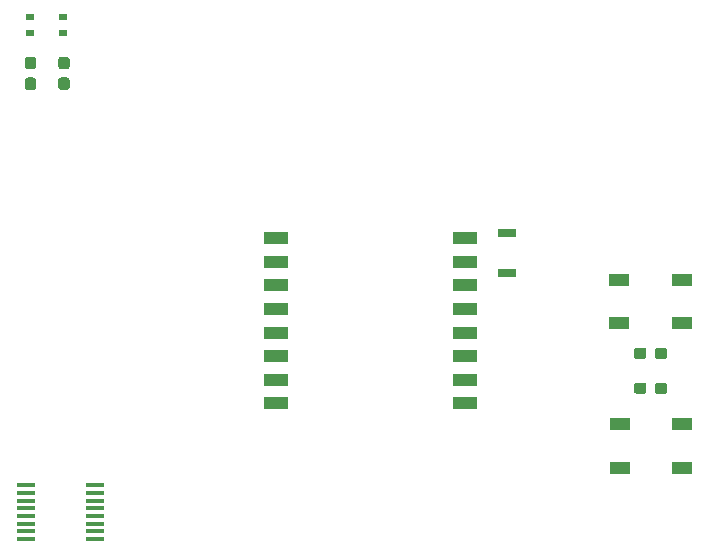
<source format=gtp>
G04 #@! TF.GenerationSoftware,KiCad,Pcbnew,(5.1.5)-3*
G04 #@! TF.CreationDate,2020-04-27T21:11:52-07:00*
G04 #@! TF.ProjectId,My_PCB,4d795f50-4342-42e6-9b69-6361645f7063,1*
G04 #@! TF.SameCoordinates,Original*
G04 #@! TF.FileFunction,Paste,Top*
G04 #@! TF.FilePolarity,Positive*
%FSLAX46Y46*%
G04 Gerber Fmt 4.6, Leading zero omitted, Abs format (unit mm)*
G04 Created by KiCad (PCBNEW (5.1.5)-3) date 2020-04-27 21:11:52*
%MOMM*%
%LPD*%
G04 APERTURE LIST*
%ADD10R,2.000000X1.000000*%
%ADD11R,1.701800X0.990600*%
%ADD12C,0.100000*%
%ADD13R,0.800000X0.600000*%
%ADD14R,1.600000X0.800000*%
%ADD15R,1.500000X0.450000*%
G04 APERTURE END LIST*
D10*
X142753001Y-93350001D03*
X142753001Y-95350001D03*
X142753001Y-97350001D03*
X142753001Y-99350001D03*
X142753001Y-101350001D03*
X142753001Y-103350001D03*
X142753001Y-105350001D03*
X142753001Y-107350001D03*
X158753001Y-107350001D03*
X158753001Y-105350001D03*
X158753001Y-103350001D03*
X158753001Y-101350001D03*
X158753001Y-99350001D03*
X158753001Y-97350001D03*
X158753001Y-95350001D03*
X158753001Y-93350001D03*
D11*
X177149600Y-109115001D03*
X177149600Y-112814999D03*
X171866400Y-112814999D03*
X171866400Y-109115001D03*
X177089600Y-96865001D03*
X177089600Y-100564999D03*
X171806400Y-100564999D03*
X171806400Y-96865001D03*
D12*
G36*
X125038779Y-78006144D02*
G01*
X125061834Y-78009563D01*
X125084443Y-78015227D01*
X125106387Y-78023079D01*
X125127457Y-78033044D01*
X125147448Y-78045026D01*
X125166168Y-78058910D01*
X125183438Y-78074562D01*
X125199090Y-78091832D01*
X125212974Y-78110552D01*
X125224956Y-78130543D01*
X125234921Y-78151613D01*
X125242773Y-78173557D01*
X125248437Y-78196166D01*
X125251856Y-78219221D01*
X125253000Y-78242500D01*
X125253000Y-78817500D01*
X125251856Y-78840779D01*
X125248437Y-78863834D01*
X125242773Y-78886443D01*
X125234921Y-78908387D01*
X125224956Y-78929457D01*
X125212974Y-78949448D01*
X125199090Y-78968168D01*
X125183438Y-78985438D01*
X125166168Y-79001090D01*
X125147448Y-79014974D01*
X125127457Y-79026956D01*
X125106387Y-79036921D01*
X125084443Y-79044773D01*
X125061834Y-79050437D01*
X125038779Y-79053856D01*
X125015500Y-79055000D01*
X124540500Y-79055000D01*
X124517221Y-79053856D01*
X124494166Y-79050437D01*
X124471557Y-79044773D01*
X124449613Y-79036921D01*
X124428543Y-79026956D01*
X124408552Y-79014974D01*
X124389832Y-79001090D01*
X124372562Y-78985438D01*
X124356910Y-78968168D01*
X124343026Y-78949448D01*
X124331044Y-78929457D01*
X124321079Y-78908387D01*
X124313227Y-78886443D01*
X124307563Y-78863834D01*
X124304144Y-78840779D01*
X124303000Y-78817500D01*
X124303000Y-78242500D01*
X124304144Y-78219221D01*
X124307563Y-78196166D01*
X124313227Y-78173557D01*
X124321079Y-78151613D01*
X124331044Y-78130543D01*
X124343026Y-78110552D01*
X124356910Y-78091832D01*
X124372562Y-78074562D01*
X124389832Y-78058910D01*
X124408552Y-78045026D01*
X124428543Y-78033044D01*
X124449613Y-78023079D01*
X124471557Y-78015227D01*
X124494166Y-78009563D01*
X124517221Y-78006144D01*
X124540500Y-78005000D01*
X125015500Y-78005000D01*
X125038779Y-78006144D01*
G37*
G36*
X125038779Y-79756144D02*
G01*
X125061834Y-79759563D01*
X125084443Y-79765227D01*
X125106387Y-79773079D01*
X125127457Y-79783044D01*
X125147448Y-79795026D01*
X125166168Y-79808910D01*
X125183438Y-79824562D01*
X125199090Y-79841832D01*
X125212974Y-79860552D01*
X125224956Y-79880543D01*
X125234921Y-79901613D01*
X125242773Y-79923557D01*
X125248437Y-79946166D01*
X125251856Y-79969221D01*
X125253000Y-79992500D01*
X125253000Y-80567500D01*
X125251856Y-80590779D01*
X125248437Y-80613834D01*
X125242773Y-80636443D01*
X125234921Y-80658387D01*
X125224956Y-80679457D01*
X125212974Y-80699448D01*
X125199090Y-80718168D01*
X125183438Y-80735438D01*
X125166168Y-80751090D01*
X125147448Y-80764974D01*
X125127457Y-80776956D01*
X125106387Y-80786921D01*
X125084443Y-80794773D01*
X125061834Y-80800437D01*
X125038779Y-80803856D01*
X125015500Y-80805000D01*
X124540500Y-80805000D01*
X124517221Y-80803856D01*
X124494166Y-80800437D01*
X124471557Y-80794773D01*
X124449613Y-80786921D01*
X124428543Y-80776956D01*
X124408552Y-80764974D01*
X124389832Y-80751090D01*
X124372562Y-80735438D01*
X124356910Y-80718168D01*
X124343026Y-80699448D01*
X124331044Y-80679457D01*
X124321079Y-80658387D01*
X124313227Y-80636443D01*
X124307563Y-80613834D01*
X124304144Y-80590779D01*
X124303000Y-80567500D01*
X124303000Y-79992500D01*
X124304144Y-79969221D01*
X124307563Y-79946166D01*
X124313227Y-79923557D01*
X124321079Y-79901613D01*
X124331044Y-79880543D01*
X124343026Y-79860552D01*
X124356910Y-79841832D01*
X124372562Y-79824562D01*
X124389832Y-79808910D01*
X124408552Y-79795026D01*
X124428543Y-79783044D01*
X124449613Y-79773079D01*
X124471557Y-79765227D01*
X124494166Y-79759563D01*
X124517221Y-79756144D01*
X124540500Y-79755000D01*
X125015500Y-79755000D01*
X125038779Y-79756144D01*
G37*
G36*
X122208779Y-79756144D02*
G01*
X122231834Y-79759563D01*
X122254443Y-79765227D01*
X122276387Y-79773079D01*
X122297457Y-79783044D01*
X122317448Y-79795026D01*
X122336168Y-79808910D01*
X122353438Y-79824562D01*
X122369090Y-79841832D01*
X122382974Y-79860552D01*
X122394956Y-79880543D01*
X122404921Y-79901613D01*
X122412773Y-79923557D01*
X122418437Y-79946166D01*
X122421856Y-79969221D01*
X122423000Y-79992500D01*
X122423000Y-80567500D01*
X122421856Y-80590779D01*
X122418437Y-80613834D01*
X122412773Y-80636443D01*
X122404921Y-80658387D01*
X122394956Y-80679457D01*
X122382974Y-80699448D01*
X122369090Y-80718168D01*
X122353438Y-80735438D01*
X122336168Y-80751090D01*
X122317448Y-80764974D01*
X122297457Y-80776956D01*
X122276387Y-80786921D01*
X122254443Y-80794773D01*
X122231834Y-80800437D01*
X122208779Y-80803856D01*
X122185500Y-80805000D01*
X121710500Y-80805000D01*
X121687221Y-80803856D01*
X121664166Y-80800437D01*
X121641557Y-80794773D01*
X121619613Y-80786921D01*
X121598543Y-80776956D01*
X121578552Y-80764974D01*
X121559832Y-80751090D01*
X121542562Y-80735438D01*
X121526910Y-80718168D01*
X121513026Y-80699448D01*
X121501044Y-80679457D01*
X121491079Y-80658387D01*
X121483227Y-80636443D01*
X121477563Y-80613834D01*
X121474144Y-80590779D01*
X121473000Y-80567500D01*
X121473000Y-79992500D01*
X121474144Y-79969221D01*
X121477563Y-79946166D01*
X121483227Y-79923557D01*
X121491079Y-79901613D01*
X121501044Y-79880543D01*
X121513026Y-79860552D01*
X121526910Y-79841832D01*
X121542562Y-79824562D01*
X121559832Y-79808910D01*
X121578552Y-79795026D01*
X121598543Y-79783044D01*
X121619613Y-79773079D01*
X121641557Y-79765227D01*
X121664166Y-79759563D01*
X121687221Y-79756144D01*
X121710500Y-79755000D01*
X122185500Y-79755000D01*
X122208779Y-79756144D01*
G37*
G36*
X122208779Y-78006144D02*
G01*
X122231834Y-78009563D01*
X122254443Y-78015227D01*
X122276387Y-78023079D01*
X122297457Y-78033044D01*
X122317448Y-78045026D01*
X122336168Y-78058910D01*
X122353438Y-78074562D01*
X122369090Y-78091832D01*
X122382974Y-78110552D01*
X122394956Y-78130543D01*
X122404921Y-78151613D01*
X122412773Y-78173557D01*
X122418437Y-78196166D01*
X122421856Y-78219221D01*
X122423000Y-78242500D01*
X122423000Y-78817500D01*
X122421856Y-78840779D01*
X122418437Y-78863834D01*
X122412773Y-78886443D01*
X122404921Y-78908387D01*
X122394956Y-78929457D01*
X122382974Y-78949448D01*
X122369090Y-78968168D01*
X122353438Y-78985438D01*
X122336168Y-79001090D01*
X122317448Y-79014974D01*
X122297457Y-79026956D01*
X122276387Y-79036921D01*
X122254443Y-79044773D01*
X122231834Y-79050437D01*
X122208779Y-79053856D01*
X122185500Y-79055000D01*
X121710500Y-79055000D01*
X121687221Y-79053856D01*
X121664166Y-79050437D01*
X121641557Y-79044773D01*
X121619613Y-79036921D01*
X121598543Y-79026956D01*
X121578552Y-79014974D01*
X121559832Y-79001090D01*
X121542562Y-78985438D01*
X121526910Y-78968168D01*
X121513026Y-78949448D01*
X121501044Y-78929457D01*
X121491079Y-78908387D01*
X121483227Y-78886443D01*
X121477563Y-78863834D01*
X121474144Y-78840779D01*
X121473000Y-78817500D01*
X121473000Y-78242500D01*
X121474144Y-78219221D01*
X121477563Y-78196166D01*
X121483227Y-78173557D01*
X121491079Y-78151613D01*
X121501044Y-78130543D01*
X121513026Y-78110552D01*
X121526910Y-78091832D01*
X121542562Y-78074562D01*
X121559832Y-78058910D01*
X121578552Y-78045026D01*
X121598543Y-78033044D01*
X121619613Y-78023079D01*
X121641557Y-78015227D01*
X121664166Y-78009563D01*
X121687221Y-78006144D01*
X121710500Y-78005000D01*
X122185500Y-78005000D01*
X122208779Y-78006144D01*
G37*
G36*
X173883779Y-105581144D02*
G01*
X173906834Y-105584563D01*
X173929443Y-105590227D01*
X173951387Y-105598079D01*
X173972457Y-105608044D01*
X173992448Y-105620026D01*
X174011168Y-105633910D01*
X174028438Y-105649562D01*
X174044090Y-105666832D01*
X174057974Y-105685552D01*
X174069956Y-105705543D01*
X174079921Y-105726613D01*
X174087773Y-105748557D01*
X174093437Y-105771166D01*
X174096856Y-105794221D01*
X174098000Y-105817500D01*
X174098000Y-106292500D01*
X174096856Y-106315779D01*
X174093437Y-106338834D01*
X174087773Y-106361443D01*
X174079921Y-106383387D01*
X174069956Y-106404457D01*
X174057974Y-106424448D01*
X174044090Y-106443168D01*
X174028438Y-106460438D01*
X174011168Y-106476090D01*
X173992448Y-106489974D01*
X173972457Y-106501956D01*
X173951387Y-106511921D01*
X173929443Y-106519773D01*
X173906834Y-106525437D01*
X173883779Y-106528856D01*
X173860500Y-106530000D01*
X173285500Y-106530000D01*
X173262221Y-106528856D01*
X173239166Y-106525437D01*
X173216557Y-106519773D01*
X173194613Y-106511921D01*
X173173543Y-106501956D01*
X173153552Y-106489974D01*
X173134832Y-106476090D01*
X173117562Y-106460438D01*
X173101910Y-106443168D01*
X173088026Y-106424448D01*
X173076044Y-106404457D01*
X173066079Y-106383387D01*
X173058227Y-106361443D01*
X173052563Y-106338834D01*
X173049144Y-106315779D01*
X173048000Y-106292500D01*
X173048000Y-105817500D01*
X173049144Y-105794221D01*
X173052563Y-105771166D01*
X173058227Y-105748557D01*
X173066079Y-105726613D01*
X173076044Y-105705543D01*
X173088026Y-105685552D01*
X173101910Y-105666832D01*
X173117562Y-105649562D01*
X173134832Y-105633910D01*
X173153552Y-105620026D01*
X173173543Y-105608044D01*
X173194613Y-105598079D01*
X173216557Y-105590227D01*
X173239166Y-105584563D01*
X173262221Y-105581144D01*
X173285500Y-105580000D01*
X173860500Y-105580000D01*
X173883779Y-105581144D01*
G37*
G36*
X175633779Y-105581144D02*
G01*
X175656834Y-105584563D01*
X175679443Y-105590227D01*
X175701387Y-105598079D01*
X175722457Y-105608044D01*
X175742448Y-105620026D01*
X175761168Y-105633910D01*
X175778438Y-105649562D01*
X175794090Y-105666832D01*
X175807974Y-105685552D01*
X175819956Y-105705543D01*
X175829921Y-105726613D01*
X175837773Y-105748557D01*
X175843437Y-105771166D01*
X175846856Y-105794221D01*
X175848000Y-105817500D01*
X175848000Y-106292500D01*
X175846856Y-106315779D01*
X175843437Y-106338834D01*
X175837773Y-106361443D01*
X175829921Y-106383387D01*
X175819956Y-106404457D01*
X175807974Y-106424448D01*
X175794090Y-106443168D01*
X175778438Y-106460438D01*
X175761168Y-106476090D01*
X175742448Y-106489974D01*
X175722457Y-106501956D01*
X175701387Y-106511921D01*
X175679443Y-106519773D01*
X175656834Y-106525437D01*
X175633779Y-106528856D01*
X175610500Y-106530000D01*
X175035500Y-106530000D01*
X175012221Y-106528856D01*
X174989166Y-106525437D01*
X174966557Y-106519773D01*
X174944613Y-106511921D01*
X174923543Y-106501956D01*
X174903552Y-106489974D01*
X174884832Y-106476090D01*
X174867562Y-106460438D01*
X174851910Y-106443168D01*
X174838026Y-106424448D01*
X174826044Y-106404457D01*
X174816079Y-106383387D01*
X174808227Y-106361443D01*
X174802563Y-106338834D01*
X174799144Y-106315779D01*
X174798000Y-106292500D01*
X174798000Y-105817500D01*
X174799144Y-105794221D01*
X174802563Y-105771166D01*
X174808227Y-105748557D01*
X174816079Y-105726613D01*
X174826044Y-105705543D01*
X174838026Y-105685552D01*
X174851910Y-105666832D01*
X174867562Y-105649562D01*
X174884832Y-105633910D01*
X174903552Y-105620026D01*
X174923543Y-105608044D01*
X174944613Y-105598079D01*
X174966557Y-105590227D01*
X174989166Y-105584563D01*
X175012221Y-105581144D01*
X175035500Y-105580000D01*
X175610500Y-105580000D01*
X175633779Y-105581144D01*
G37*
G36*
X175633779Y-102631144D02*
G01*
X175656834Y-102634563D01*
X175679443Y-102640227D01*
X175701387Y-102648079D01*
X175722457Y-102658044D01*
X175742448Y-102670026D01*
X175761168Y-102683910D01*
X175778438Y-102699562D01*
X175794090Y-102716832D01*
X175807974Y-102735552D01*
X175819956Y-102755543D01*
X175829921Y-102776613D01*
X175837773Y-102798557D01*
X175843437Y-102821166D01*
X175846856Y-102844221D01*
X175848000Y-102867500D01*
X175848000Y-103342500D01*
X175846856Y-103365779D01*
X175843437Y-103388834D01*
X175837773Y-103411443D01*
X175829921Y-103433387D01*
X175819956Y-103454457D01*
X175807974Y-103474448D01*
X175794090Y-103493168D01*
X175778438Y-103510438D01*
X175761168Y-103526090D01*
X175742448Y-103539974D01*
X175722457Y-103551956D01*
X175701387Y-103561921D01*
X175679443Y-103569773D01*
X175656834Y-103575437D01*
X175633779Y-103578856D01*
X175610500Y-103580000D01*
X175035500Y-103580000D01*
X175012221Y-103578856D01*
X174989166Y-103575437D01*
X174966557Y-103569773D01*
X174944613Y-103561921D01*
X174923543Y-103551956D01*
X174903552Y-103539974D01*
X174884832Y-103526090D01*
X174867562Y-103510438D01*
X174851910Y-103493168D01*
X174838026Y-103474448D01*
X174826044Y-103454457D01*
X174816079Y-103433387D01*
X174808227Y-103411443D01*
X174802563Y-103388834D01*
X174799144Y-103365779D01*
X174798000Y-103342500D01*
X174798000Y-102867500D01*
X174799144Y-102844221D01*
X174802563Y-102821166D01*
X174808227Y-102798557D01*
X174816079Y-102776613D01*
X174826044Y-102755543D01*
X174838026Y-102735552D01*
X174851910Y-102716832D01*
X174867562Y-102699562D01*
X174884832Y-102683910D01*
X174903552Y-102670026D01*
X174923543Y-102658044D01*
X174944613Y-102648079D01*
X174966557Y-102640227D01*
X174989166Y-102634563D01*
X175012221Y-102631144D01*
X175035500Y-102630000D01*
X175610500Y-102630000D01*
X175633779Y-102631144D01*
G37*
G36*
X173883779Y-102631144D02*
G01*
X173906834Y-102634563D01*
X173929443Y-102640227D01*
X173951387Y-102648079D01*
X173972457Y-102658044D01*
X173992448Y-102670026D01*
X174011168Y-102683910D01*
X174028438Y-102699562D01*
X174044090Y-102716832D01*
X174057974Y-102735552D01*
X174069956Y-102755543D01*
X174079921Y-102776613D01*
X174087773Y-102798557D01*
X174093437Y-102821166D01*
X174096856Y-102844221D01*
X174098000Y-102867500D01*
X174098000Y-103342500D01*
X174096856Y-103365779D01*
X174093437Y-103388834D01*
X174087773Y-103411443D01*
X174079921Y-103433387D01*
X174069956Y-103454457D01*
X174057974Y-103474448D01*
X174044090Y-103493168D01*
X174028438Y-103510438D01*
X174011168Y-103526090D01*
X173992448Y-103539974D01*
X173972457Y-103551956D01*
X173951387Y-103561921D01*
X173929443Y-103569773D01*
X173906834Y-103575437D01*
X173883779Y-103578856D01*
X173860500Y-103580000D01*
X173285500Y-103580000D01*
X173262221Y-103578856D01*
X173239166Y-103575437D01*
X173216557Y-103569773D01*
X173194613Y-103561921D01*
X173173543Y-103551956D01*
X173153552Y-103539974D01*
X173134832Y-103526090D01*
X173117562Y-103510438D01*
X173101910Y-103493168D01*
X173088026Y-103474448D01*
X173076044Y-103454457D01*
X173066079Y-103433387D01*
X173058227Y-103411443D01*
X173052563Y-103388834D01*
X173049144Y-103365779D01*
X173048000Y-103342500D01*
X173048000Y-102867500D01*
X173049144Y-102844221D01*
X173052563Y-102821166D01*
X173058227Y-102798557D01*
X173066079Y-102776613D01*
X173076044Y-102755543D01*
X173088026Y-102735552D01*
X173101910Y-102716832D01*
X173117562Y-102699562D01*
X173134832Y-102683910D01*
X173153552Y-102670026D01*
X173173543Y-102658044D01*
X173194613Y-102648079D01*
X173216557Y-102640227D01*
X173239166Y-102634563D01*
X173262221Y-102631144D01*
X173285500Y-102630000D01*
X173860500Y-102630000D01*
X173883779Y-102631144D01*
G37*
D13*
X121948000Y-74615000D03*
X121948000Y-76015000D03*
X124698000Y-76015000D03*
X124698000Y-74615000D03*
D14*
X162303001Y-96300001D03*
X162303001Y-92900001D03*
D15*
X121548000Y-114290000D03*
X121548000Y-114940000D03*
X121548000Y-115590000D03*
X121548000Y-116240000D03*
X121548000Y-116890000D03*
X121548000Y-117540000D03*
X121548000Y-118190000D03*
X121548000Y-118840000D03*
X127448000Y-118840000D03*
X127448000Y-118190000D03*
X127448000Y-117540000D03*
X127448000Y-116890000D03*
X127448000Y-116240000D03*
X127448000Y-115590000D03*
X127448000Y-114940000D03*
X127448000Y-114290000D03*
M02*

</source>
